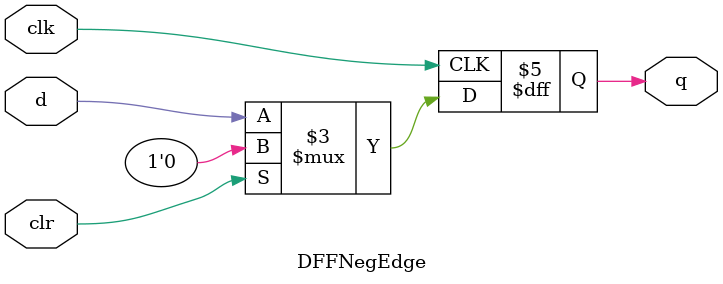
<source format=v>
`timescale 1ns / 1ps


module DFFNegEdge(
    output reg q,
    input clk,
    input clr,
    input d
    );
    always @(negedge clk)
        if(clr)
            q<=1'b0;
        else
            q<=d;
endmodule

</source>
